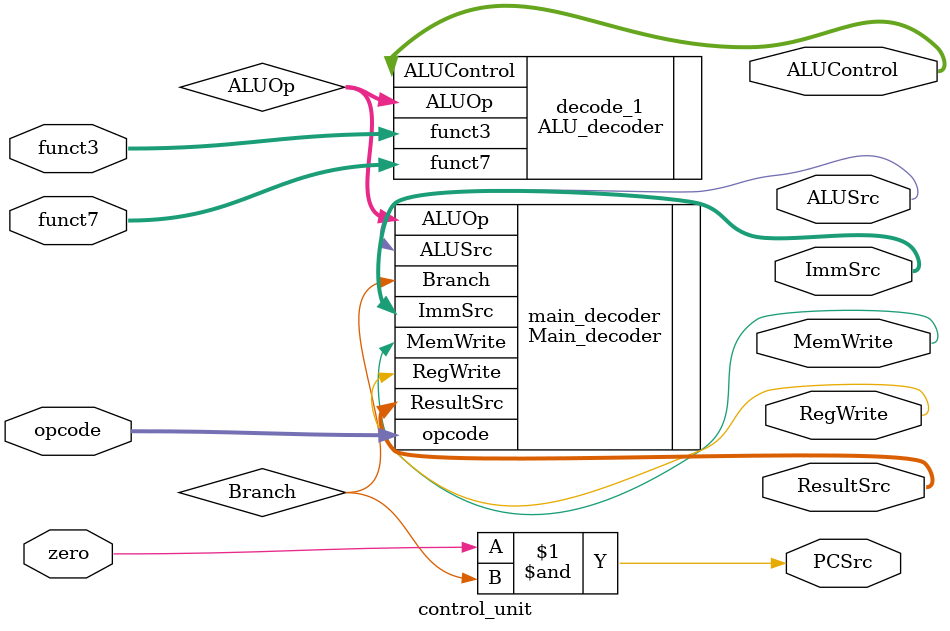
<source format=v>
module control_unit #(
    parameter RESULTSRC_WIDTH = 2
)(
    input wire [6:0] opcode,
    input wire [6:0] funct7,
    input wire[2:0] funct3,
	input zero,
    output RegWrite,
    output wire [1:0] ImmSrc,
	output wire ALUSrc,
	output wire MemWrite,
	output wire [RESULTSRC_WIDTH-1:0] ResultSrc,
    output wire [2:0] ALUControl,
    output wire PCSrc
);
wire [1:0] ALUOp;
wire Branch;
Main_decoder main_decoder(
    .opcode(opcode),
    .ImmSrc(ImmSrc),
    .ALUSrc(ALUSrc),
    .MemWrite(MemWrite),
    .ResultSrc(ResultSrc),
    .Branch(Branch),
    .ALUOp(ALUOp),
    .RegWrite(RegWrite)
);
ALU_decoder decode_1(
    .ALUOp(ALUOp),
    .funct3(funct3),
    .funct7(funct7),
    .ALUControl(ALUControl)
);
assign PCSrc = zero & Branch;
endmodule
</source>
